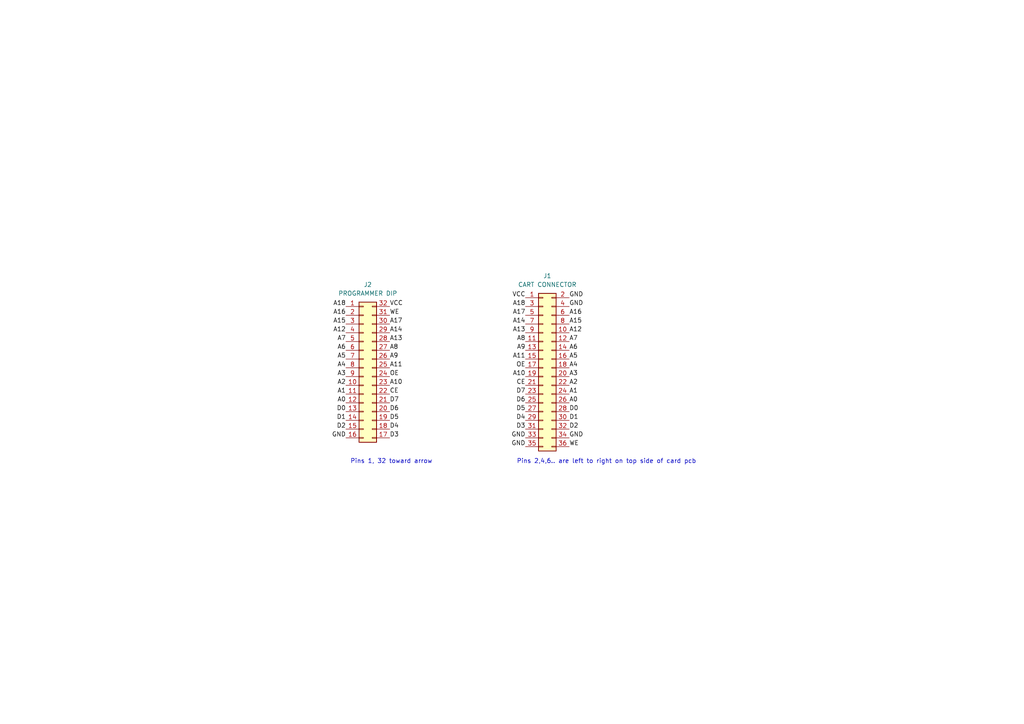
<source format=kicad_sch>
(kicad_sch (version 20211123) (generator eeschema)
  (paper "A4")
  (lib_symbols
    (symbol "Connector_Generic:Conn_02x16_Counter_Clockwise" (pin_names (offset 1.016) hide)
      (property "Reference" "J" (at 1.27 20.32 0))
      (property "Value" "Conn_02x16_Counter_Clockwise" (at 1.27 -22.86 0))
      (symbol "Conn_02x16_Counter_Clockwise_1_1"
        (rectangle (start -1.27 -20.193) (end 0 -20.447) (stroke (width 0.1524)))
        (rectangle (start -1.27 -17.653) (end 0 -17.907) (stroke (width 0.1524)))
        (rectangle (start -1.27 -15.113) (end 0 -15.367) (stroke (width 0.1524)))
        (rectangle (start -1.27 -12.573) (end 0 -12.827) (stroke (width 0.1524)))
        (rectangle (start -1.27 -10.033) (end 0 -10.287) (stroke (width 0.1524)))
        (rectangle (start -1.27 -7.493) (end 0 -7.747) (stroke (width 0.1524)))
        (rectangle (start -1.27 -4.953) (end 0 -5.207) (stroke (width 0.1524)))
        (rectangle (start -1.27 -2.413) (end 0 -2.667) (stroke (width 0.1524)))
        (rectangle (start -1.27 0.127) (end 0 -0.127) (stroke (width 0.1524)))
        (rectangle (start -1.27 2.667) (end 0 2.413) (stroke (width 0.1524)))
        (rectangle (start -1.27 5.207) (end 0 4.953) (stroke (width 0.1524)))
        (rectangle (start -1.27 7.747) (end 0 7.493) (stroke (width 0.1524)))
        (rectangle (start -1.27 10.287) (end 0 10.033) (stroke (width 0.1524)))
        (rectangle (start -1.27 12.827) (end 0 12.573) (stroke (width 0.1524)))
        (rectangle (start -1.27 15.367) (end 0 15.113) (stroke (width 0.1524)))
        (rectangle (start -1.27 17.907) (end 0 17.653) (stroke (width 0.1524)))
        (rectangle (start -1.27 19.05) (end 3.81 -21.59) (stroke (width 0.254)) (fill (type background)))
        (rectangle (start 3.81 -20.193) (end 2.54 -20.447) (stroke (width 0.1524)))
        (rectangle (start 3.81 -17.653) (end 2.54 -17.907) (stroke (width 0.1524)))
        (rectangle (start 3.81 -15.113) (end 2.54 -15.367) (stroke (width 0.1524)))
        (rectangle (start 3.81 -12.573) (end 2.54 -12.827) (stroke (width 0.1524)))
        (rectangle (start 3.81 -10.033) (end 2.54 -10.287) (stroke (width 0.1524)))
        (rectangle (start 3.81 -7.493) (end 2.54 -7.747) (stroke (width 0.1524)))
        (rectangle (start 3.81 -4.953) (end 2.54 -5.207) (stroke (width 0.1524)))
        (rectangle (start 3.81 -2.413) (end 2.54 -2.667) (stroke (width 0.1524)))
        (rectangle (start 3.81 0.127) (end 2.54 -0.127) (stroke (width 0.1524)))
        (rectangle (start 3.81 2.667) (end 2.54 2.413) (stroke (width 0.1524)))
        (rectangle (start 3.81 5.207) (end 2.54 4.953) (stroke (width 0.1524)))
        (rectangle (start 3.81 7.747) (end 2.54 7.493) (stroke (width 0.1524)))
        (rectangle (start 3.81 10.287) (end 2.54 10.033) (stroke (width 0.1524)))
        (rectangle (start 3.81 12.827) (end 2.54 12.573) (stroke (width 0.1524)))
        (rectangle (start 3.81 15.367) (end 2.54 15.113) (stroke (width 0.1524)))
        (rectangle (start 3.81 17.907) (end 2.54 17.653) (stroke (width 0.1524)))
        (pin passive line (at -5.08 17.78 0) (length 3.81) (name "Pin_1") (number "1"))
        (pin passive line (at -5.08 -5.08 0) (length 3.81) (name "Pin_10") (number "10"))
        (pin passive line (at -5.08 -7.62 0) (length 3.81) (name "Pin_11") (number "11"))
        (pin passive line (at -5.08 -10.16 0) (length 3.81) (name "Pin_12") (number "12"))
        (pin passive line (at -5.08 -12.7 0) (length 3.81) (name "Pin_13") (number "13"))
        (pin passive line (at -5.08 -15.24 0) (length 3.81) (name "Pin_14") (number "14"))
        (pin passive line (at -5.08 -17.78 0) (length 3.81) (name "Pin_15") (number "15"))
        (pin passive line (at -5.08 -20.32 0) (length 3.81) (name "Pin_16") (number "16"))
        (pin passive line (at 7.62 -20.32 180) (length 3.81) (name "Pin_17") (number "17"))
        (pin passive line (at 7.62 -17.78 180) (length 3.81) (name "Pin_18") (number "18"))
        (pin passive line (at 7.62 -15.24 180) (length 3.81) (name "Pin_19") (number "19"))
        (pin passive line (at -5.08 15.24 0) (length 3.81) (name "Pin_2") (number "2"))
        (pin passive line (at 7.62 -12.7 180) (length 3.81) (name "Pin_20") (number "20"))
        (pin passive line (at 7.62 -10.16 180) (length 3.81) (name "Pin_21") (number "21"))
        (pin passive line (at 7.62 -7.62 180) (length 3.81) (name "Pin_22") (number "22"))
        (pin passive line (at 7.62 -5.08 180) (length 3.81) (name "Pin_23") (number "23"))
        (pin passive line (at 7.62 -2.54 180) (length 3.81) (name "Pin_24") (number "24"))
        (pin passive line (at 7.62 0 180) (length 3.81) (name "Pin_25") (number "25"))
        (pin passive line (at 7.62 2.54 180) (length 3.81) (name "Pin_26") (number "26"))
        (pin passive line (at 7.62 5.08 180) (length 3.81) (name "Pin_27") (number "27"))
        (pin passive line (at 7.62 7.62 180) (length 3.81) (name "Pin_28") (number "28"))
        (pin passive line (at 7.62 10.16 180) (length 3.81) (name "Pin_29") (number "29"))
        (pin passive line (at -5.08 12.7 0) (length 3.81) (name "Pin_3") (number "3"))
        (pin passive line (at 7.62 12.7 180) (length 3.81) (name "Pin_30") (number "30"))
        (pin passive line (at 7.62 15.24 180) (length 3.81) (name "Pin_31") (number "31"))
        (pin passive line (at 7.62 17.78 180) (length 3.81) (name "Pin_32") (number "32"))
        (pin passive line (at -5.08 10.16 0) (length 3.81) (name "Pin_4") (number "4"))
        (pin passive line (at -5.08 7.62 0) (length 3.81) (name "Pin_5") (number "5"))
        (pin passive line (at -5.08 5.08 0) (length 3.81) (name "Pin_6") (number "6"))
        (pin passive line (at -5.08 2.54 0) (length 3.81) (name "Pin_7") (number "7"))
        (pin passive line (at -5.08 0 0) (length 3.81) (name "Pin_8") (number "8"))
        (pin passive line (at -5.08 -2.54 0) (length 3.81) (name "Pin_9") (number "9"))
      )
    )
    (symbol "Connector_Generic:Conn_02x18_Odd_Even" (pin_names (offset 1.016) hide)
      (property "Reference" "J" (at 1.27 22.86 0))
      (property "Value" "Conn_02x18_Odd_Even" (at 1.27 -25.4 0))
      (symbol "Conn_02x18_Odd_Even_1_1"
        (rectangle (start -1.27 -22.733) (end 0 -22.987) (stroke (width 0.1524)))
        (rectangle (start -1.27 -20.193) (end 0 -20.447) (stroke (width 0.1524)))
        (rectangle (start -1.27 -17.653) (end 0 -17.907) (stroke (width 0.1524)))
        (rectangle (start -1.27 -15.113) (end 0 -15.367) (stroke (width 0.1524)))
        (rectangle (start -1.27 -12.573) (end 0 -12.827) (stroke (width 0.1524)))
        (rectangle (start -1.27 -10.033) (end 0 -10.287) (stroke (width 0.1524)))
        (rectangle (start -1.27 -7.493) (end 0 -7.747) (stroke (width 0.1524)))
        (rectangle (start -1.27 -4.953) (end 0 -5.207) (stroke (width 0.1524)))
        (rectangle (start -1.27 -2.413) (end 0 -2.667) (stroke (width 0.1524)))
        (rectangle (start -1.27 0.127) (end 0 -0.127) (stroke (width 0.1524)))
        (rectangle (start -1.27 2.667) (end 0 2.413) (stroke (width 0.1524)))
        (rectangle (start -1.27 5.207) (end 0 4.953) (stroke (width 0.1524)))
        (rectangle (start -1.27 7.747) (end 0 7.493) (stroke (width 0.1524)))
        (rectangle (start -1.27 10.287) (end 0 10.033) (stroke (width 0.1524)))
        (rectangle (start -1.27 12.827) (end 0 12.573) (stroke (width 0.1524)))
        (rectangle (start -1.27 15.367) (end 0 15.113) (stroke (width 0.1524)))
        (rectangle (start -1.27 17.907) (end 0 17.653) (stroke (width 0.1524)))
        (rectangle (start -1.27 20.447) (end 0 20.193) (stroke (width 0.1524)))
        (rectangle (start -1.27 21.59) (end 3.81 -24.13) (stroke (width 0.254)) (fill (type background)))
        (rectangle (start 3.81 -22.733) (end 2.54 -22.987) (stroke (width 0.1524)))
        (rectangle (start 3.81 -20.193) (end 2.54 -20.447) (stroke (width 0.1524)))
        (rectangle (start 3.81 -17.653) (end 2.54 -17.907) (stroke (width 0.1524)))
        (rectangle (start 3.81 -15.113) (end 2.54 -15.367) (stroke (width 0.1524)))
        (rectangle (start 3.81 -12.573) (end 2.54 -12.827) (stroke (width 0.1524)))
        (rectangle (start 3.81 -10.033) (end 2.54 -10.287) (stroke (width 0.1524)))
        (rectangle (start 3.81 -7.493) (end 2.54 -7.747) (stroke (width 0.1524)))
        (rectangle (start 3.81 -4.953) (end 2.54 -5.207) (stroke (width 0.1524)))
        (rectangle (start 3.81 -2.413) (end 2.54 -2.667) (stroke (width 0.1524)))
        (rectangle (start 3.81 0.127) (end 2.54 -0.127) (stroke (width 0.1524)))
        (rectangle (start 3.81 2.667) (end 2.54 2.413) (stroke (width 0.1524)))
        (rectangle (start 3.81 5.207) (end 2.54 4.953) (stroke (width 0.1524)))
        (rectangle (start 3.81 7.747) (end 2.54 7.493) (stroke (width 0.1524)))
        (rectangle (start 3.81 10.287) (end 2.54 10.033) (stroke (width 0.1524)))
        (rectangle (start 3.81 12.827) (end 2.54 12.573) (stroke (width 0.1524)))
        (rectangle (start 3.81 15.367) (end 2.54 15.113) (stroke (width 0.1524)))
        (rectangle (start 3.81 17.907) (end 2.54 17.653) (stroke (width 0.1524)))
        (rectangle (start 3.81 20.447) (end 2.54 20.193) (stroke (width 0.1524)))
        (pin passive line (at -5.08 20.32 0) (length 3.81) (name "Pin_1") (number "1"))
        (pin passive line (at 7.62 10.16 180) (length 3.81) (name "Pin_10") (number "10"))
        (pin passive line (at -5.08 7.62 0) (length 3.81) (name "Pin_11") (number "11"))
        (pin passive line (at 7.62 7.62 180) (length 3.81) (name "Pin_12") (number "12"))
        (pin passive line (at -5.08 5.08 0) (length 3.81) (name "Pin_13") (number "13"))
        (pin passive line (at 7.62 5.08 180) (length 3.81) (name "Pin_14") (number "14"))
        (pin passive line (at -5.08 2.54 0) (length 3.81) (name "Pin_15") (number "15"))
        (pin passive line (at 7.62 2.54 180) (length 3.81) (name "Pin_16") (number "16"))
        (pin passive line (at -5.08 0 0) (length 3.81) (name "Pin_17") (number "17"))
        (pin passive line (at 7.62 0 180) (length 3.81) (name "Pin_18") (number "18"))
        (pin passive line (at -5.08 -2.54 0) (length 3.81) (name "Pin_19") (number "19"))
        (pin passive line (at 7.62 20.32 180) (length 3.81) (name "Pin_2") (number "2"))
        (pin passive line (at 7.62 -2.54 180) (length 3.81) (name "Pin_20") (number "20"))
        (pin passive line (at -5.08 -5.08 0) (length 3.81) (name "Pin_21") (number "21"))
        (pin passive line (at 7.62 -5.08 180) (length 3.81) (name "Pin_22") (number "22"))
        (pin passive line (at -5.08 -7.62 0) (length 3.81) (name "Pin_23") (number "23"))
        (pin passive line (at 7.62 -7.62 180) (length 3.81) (name "Pin_24") (number "24"))
        (pin passive line (at -5.08 -10.16 0) (length 3.81) (name "Pin_25") (number "25"))
        (pin passive line (at 7.62 -10.16 180) (length 3.81) (name "Pin_26") (number "26"))
        (pin passive line (at -5.08 -12.7 0) (length 3.81) (name "Pin_27") (number "27"))
        (pin passive line (at 7.62 -12.7 180) (length 3.81) (name "Pin_28") (number "28"))
        (pin passive line (at -5.08 -15.24 0) (length 3.81) (name "Pin_29") (number "29"))
        (pin passive line (at -5.08 17.78 0) (length 3.81) (name "Pin_3") (number "3"))
        (pin passive line (at 7.62 -15.24 180) (length 3.81) (name "Pin_30") (number "30"))
        (pin passive line (at -5.08 -17.78 0) (length 3.81) (name "Pin_31") (number "31"))
        (pin passive line (at 7.62 -17.78 180) (length 3.81) (name "Pin_32") (number "32"))
        (pin passive line (at -5.08 -20.32 0) (length 3.81) (name "Pin_33") (number "33"))
        (pin passive line (at 7.62 -20.32 180) (length 3.81) (name "Pin_34") (number "34"))
        (pin passive line (at -5.08 -22.86 0) (length 3.81) (name "Pin_35") (number "35"))
        (pin passive line (at 7.62 -22.86 180) (length 3.81) (name "Pin_36") (number "36"))
        (pin passive line (at 7.62 17.78 180) (length 3.81) (name "Pin_4") (number "4"))
        (pin passive line (at -5.08 15.24 0) (length 3.81) (name "Pin_5") (number "5"))
        (pin passive line (at 7.62 15.24 180) (length 3.81) (name "Pin_6") (number "6"))
        (pin passive line (at -5.08 12.7 0) (length 3.81) (name "Pin_7") (number "7"))
        (pin passive line (at 7.62 12.7 180) (length 3.81) (name "Pin_8") (number "8"))
        (pin passive line (at -5.08 10.16 0) (length 3.81) (name "Pin_9") (number "9"))
      )
    )
  )
  (text "Pins 2,4,6.. are left to right on top side of card pcb" (at 149.86 134.62 0) (effects (font (size 1.27 1.27)) (justify left bottom)))
  (text "Pins 1, 32 toward arrow" (at 101.6 134.62 0) (effects (font (size 1.27 1.27)) (justify left bottom)))
  (label "A3" (at 165.1 109.22 0))
  (label "A8" (at 113.03 101.6 0))
  (label "A2" (at 100.33 111.76 180))
  (label "VCC" (at 113.03 88.9 0))
  (label "A16" (at 165.1 91.44 0))
  (label "A14" (at 152.4 93.98 180))
  (label "D4" (at 113.03 124.46 0))
  (label "A10" (at 113.03 111.76 0))
  (label "D0" (at 100.33 119.38 180))
  (label "A0" (at 100.33 116.84 180))
  (label "A12" (at 165.1 96.52 0))
  (label "D5" (at 113.03 121.92 0))
  (label "A11" (at 113.03 106.68 0))
  (label "D1" (at 165.1 121.92 0))
  (label "A8" (at 152.4 99.06 180))
  (label "D0" (at 165.1 119.38 0))
  (label "A1" (at 165.1 114.3 0))
  (label "A4" (at 165.1 106.68 0))
  (label "A2" (at 165.1 111.76 0))
  (label "A15" (at 165.1 93.98 0))
  (label "CE" (at 152.4 111.76 180))
  (label "D6" (at 113.03 119.38 0))
  (label "GND" (at 152.4 127 180))
  (label "GND" (at 100.33 127 180))
  (label "D3" (at 113.03 127 0))
  (label "GND" (at 165.1 127 0))
  (label "A9" (at 113.03 104.14 0))
  (label "A7" (at 165.1 99.06 0))
  (label "A15" (at 100.33 93.98 180))
  (label "GND" (at 165.1 88.9 0))
  (label "GND" (at 165.1 86.36 0))
  (label "A7" (at 100.33 99.06 180))
  (label "A4" (at 100.33 106.68 180))
  (label "A3" (at 100.33 109.22 180))
  (label "A12" (at 100.33 96.52 180))
  (label "A18" (at 152.4 88.9 180))
  (label "D7" (at 113.03 116.84 0))
  (label "A0" (at 165.1 116.84 0))
  (label "D6" (at 152.4 116.84 180))
  (label "CE" (at 113.03 114.3 0))
  (label "VCC" (at 152.4 86.36 180))
  (label "A5" (at 100.33 104.14 180))
  (label "GND" (at 152.4 129.54 180))
  (label "A13" (at 113.03 99.06 0))
  (label "A11" (at 152.4 104.14 180))
  (label "D5" (at 152.4 119.38 180))
  (label "A6" (at 100.33 101.6 180))
  (label "D7" (at 152.4 114.3 180))
  (label "A17" (at 152.4 91.44 180))
  (label "OE" (at 152.4 106.68 180))
  (label "A17" (at 113.03 93.98 0))
  (label "D3" (at 152.4 124.46 180))
  (label "OE" (at 113.03 109.22 0))
  (label "A18" (at 100.33 88.9 180))
  (label "D4" (at 152.4 121.92 180))
  (label "WE" (at 113.03 91.44 0))
  (label "WE" (at 165.1 129.54 0))
  (label "D2" (at 100.33 124.46 180))
  (label "A16" (at 100.33 91.44 180))
  (label "A6" (at 165.1 101.6 0))
  (label "D1" (at 100.33 121.92 180))
  (label "A9" (at 152.4 101.6 180))
  (label "A10" (at 152.4 109.22 180))
  (label "A13" (at 152.4 96.52 180))
  (label "A1" (at 100.33 114.3 180))
  (label "A14" (at 113.03 96.52 0))
  (label "D2" (at 165.1 124.46 0))
  (label "A5" (at 165.1 104.14 0))
  (symbol (lib_id "Connector_Generic:Conn_02x16_Counter_Clockwise") (at 105.41 106.68 0) (unit 1)
    (property "Reference" "J2" (at 106.68 82.55 0))
    (property "Value" "PROGRAMMER DIP" (at 106.68 85.09 0))
    (property "Footprint" "Package_DIP:DIP-32_W15.24mm" (effects hide))
  )
  (symbol (lib_id "Connector_Generic:Conn_02x18_Odd_Even") (at 157.48 106.68 0) (unit 1)
    (property "Reference" "J1" (at 158.75 80.01 0))
    (property "Value" "CART CONNECTOR" (at 158.75 82.55 0))
    (property "Footprint" "Connector_PinSocket_2.54mm:PinSocket_2x18_P2.54mm_Vertical" (effects hide))
  )
)
</source>
